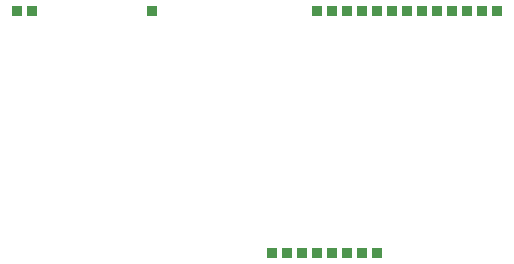
<source format=gbr>
G04 #@! TF.FileFunction,Copper,L1,Top,Signal*
%FSLAX46Y46*%
G04 Gerber Fmt 4.6, Leading zero omitted, Abs format (unit mm)*
G04 Created by KiCad (PCBNEW 4.0.2-4+6225~38~ubuntu14.04.1-stable) date Wed 24 Feb 2016 09:42:55 AM PST*
%MOMM*%
G01*
G04 APERTURE LIST*
%ADD10C,0.100000*%
%ADD11R,0.850000X0.850000*%
G04 APERTURE END LIST*
D10*
D11*
X166530000Y-86285000D03*
X165260000Y-86285000D03*
X163990000Y-86285000D03*
X162720000Y-86285000D03*
X161450000Y-86285000D03*
X160180000Y-86285000D03*
X158910000Y-86285000D03*
X157640000Y-86285000D03*
X156370000Y-86285000D03*
X155100000Y-86285000D03*
X153830000Y-86285000D03*
X152560000Y-86285000D03*
X151290000Y-86285000D03*
X137320000Y-86285000D03*
X127160000Y-86285000D03*
X125890000Y-86285000D03*
X147480000Y-106755000D03*
X148750000Y-106755000D03*
X150020000Y-106755000D03*
X151290000Y-106755000D03*
X152560000Y-106755000D03*
X153830000Y-106755000D03*
X155100000Y-106755000D03*
X156370000Y-106755000D03*
M02*

</source>
